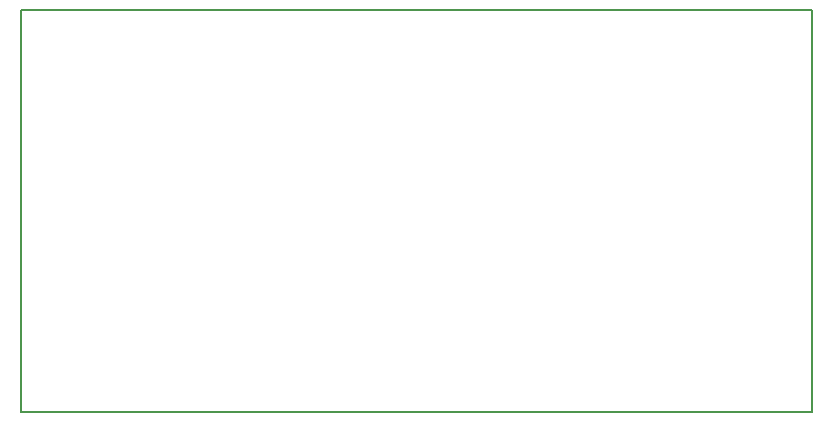
<source format=gbr>
G04 #@! TF.FileFunction,Profile,NP*
%FSLAX46Y46*%
G04 Gerber Fmt 4.6, Leading zero omitted, Abs format (unit mm)*
G04 Created by KiCad (PCBNEW 4.0.4+e1-6308~48~ubuntu14.04.1-stable) date Wed Jan  4 17:00:53 2017*
%MOMM*%
%LPD*%
G01*
G04 APERTURE LIST*
%ADD10C,0.100000*%
%ADD11C,0.150000*%
G04 APERTURE END LIST*
D10*
D11*
X217000000Y-123000000D02*
X217000000Y-89000000D01*
X150000000Y-123000000D02*
X217000000Y-123000000D01*
X150000000Y-122000000D02*
X150000000Y-123000000D01*
X150000000Y-89000000D02*
X150000000Y-122000000D01*
X217000000Y-89000000D02*
X150000000Y-89000000D01*
M02*

</source>
